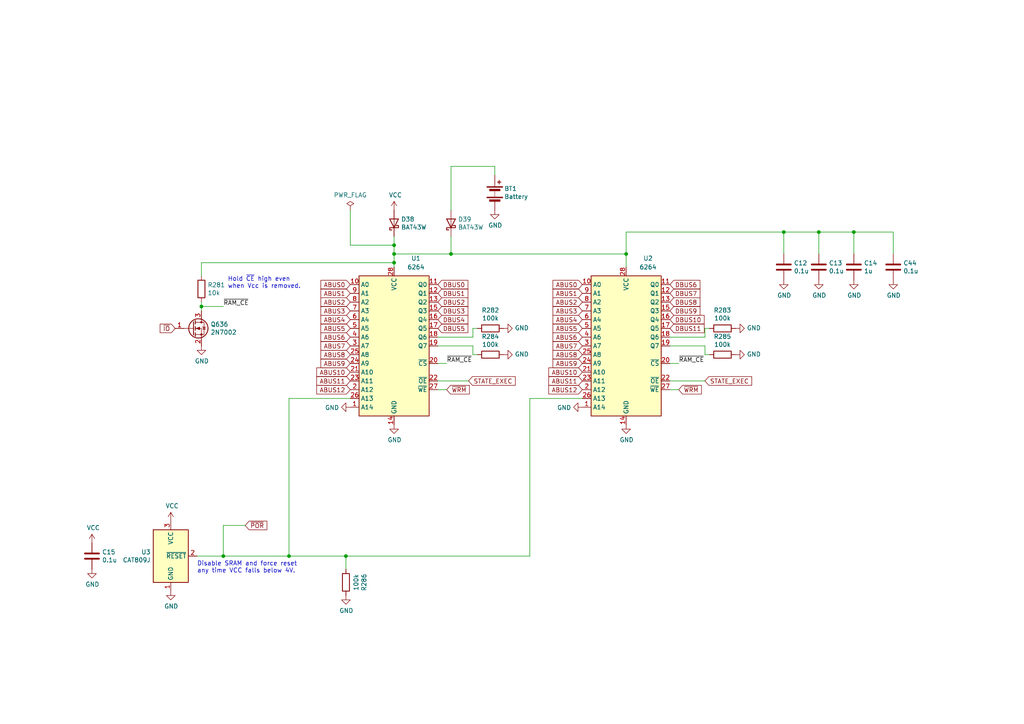
<source format=kicad_sch>
(kicad_sch (version 20230121) (generator eeschema)
  (paper "A4")
  (title_block (title "Q2 Computer") (date "2022-04-16") (rev "4c") (company "joewing.net"))
  (lib_symbols
    (symbol "Device:Battery" (pin_numbers hide) (pin_names (offset 0) hide)
      (property "Reference" "BT" (at 2.54 2.54 0))
      (property "Value" "Battery" (at 2.54 0 0))
      (symbol "Battery_0_1"
        (rectangle (start -2.286 -1.27) (end 2.286 -1.524) (fill (type outline)))
        (rectangle (start -2.286 1.778) (end 2.286 1.524) (fill (type outline)))
        (rectangle (start -1.524 -2.032) (end 1.524 -2.54) (fill (type outline)))
        (rectangle (start -1.524 1.016) (end 1.524 0.508) (fill (type outline)))
        (polyline (pts (xy 0 -1.016) (xy 0 -0.762)))
        (polyline (pts (xy 0 -0.508) (xy 0 -0.254)))
        (polyline (pts (xy 0 0) (xy 0 0.254)))
        (polyline (pts (xy 0 1.778) (xy 0 2.54)))
        (polyline (pts (xy 0.762 3.048) (xy 1.778 3.048)) (stroke (width 0.254)))
        (polyline (pts (xy 1.27 3.556) (xy 1.27 2.54)) (stroke (width 0.254)))
      )
      (symbol "Battery_1_1"
        (pin passive line (at 0 5.08 270) (length 2.54) (name "+") (number "1"))
        (pin passive line (at 0 -5.08 90) (length 2.54) (name "-") (number "2"))
      )
    )
    (symbol "Device:C" (pin_numbers hide) (pin_names (offset 0.254))
      (property "Reference" "C" (at 0.635 2.54 0))
      (property "Value" "C" (at 0.635 -2.54 0))
      (symbol "C_0_1"
        (polyline (pts (xy -2.032 -0.762) (xy 2.032 -0.762)) (stroke (width 0.508)))
        (polyline (pts (xy -2.032 0.762) (xy 2.032 0.762)) (stroke (width 0.508)))
      )
      (symbol "C_1_1"
        (pin passive line (at 0 3.81 270) (length 2.794) (name "~") (number "1"))
        (pin passive line (at 0 -3.81 90) (length 2.794) (name "~") (number "2"))
      )
    )
    (symbol "Device:R" (pin_numbers hide) (pin_names (offset 0))
      (property "Reference" "R" (at 2.032 0 90))
      (property "Value" "R" (at 0 0 90))
      (symbol "R_0_1"
        (rectangle (start -1.016 -2.54) (end 1.016 2.54) (stroke (width 0.254)))
      )
      (symbol "R_1_1"
        (pin passive line (at 0 3.81 270) (length 1.27) (name "~") (number "1"))
        (pin passive line (at 0 -3.81 90) (length 1.27) (name "~") (number "2"))
      )
    )
    (symbol "Diode:BAT43W-V" (pin_numbers hide) (pin_names (offset 1.016) hide)
      (property "Reference" "D" (at 0 2.54 0))
      (property "Value" "BAT43W-V" (at 0 -2.54 0))
      (symbol "BAT43W-V_0_1"
        (polyline (pts (xy 1.27 0) (xy -1.27 0)))
        (polyline (pts (xy 1.27 1.27) (xy 1.27 -1.27) (xy -1.27 0) (xy 1.27 1.27)) (stroke (width 0.254)))
        (polyline (pts (xy -1.905 0.635) (xy -1.905 1.27) (xy -1.27 1.27) (xy -1.27 -1.27) (xy -0.635 -1.27) (xy -0.635 -0.635)) (stroke (width 0.254)))
      )
      (symbol "BAT43W-V_1_1"
        (pin passive line (at -3.81 0 0) (length 2.54) (name "K") (number "1"))
        (pin passive line (at 3.81 0 180) (length 2.54) (name "A") (number "2"))
      )
    )
    (symbol "Memory_RAM:CY62256-70PC"
      (property "Reference" "U" (at -10.16 20.955 0))
      (property "Value" "CY62256-70PC" (at 2.54 20.955 0))
      (symbol "CY62256-70PC_0_0"
        (pin power_in line (at 0 -22.86 90) (length 2.54) (name "GND") (number "14"))
        (pin power_in line (at 0 22.86 270) (length 2.54) (name "VCC") (number "28"))
      )
      (symbol "CY62256-70PC_0_1"
        (rectangle (start -10.16 20.32) (end 10.16 -20.32) (stroke (width 0.254)) (fill (type background)))
      )
      (symbol "CY62256-70PC_1_1"
        (pin input line (at -12.7 -17.78 0) (length 2.54) (name "A14") (number "1"))
        (pin input line (at -12.7 17.78 0) (length 2.54) (name "A0") (number "10"))
        (pin tri_state line (at 12.7 17.78 180) (length 2.54) (name "Q0") (number "11"))
        (pin tri_state line (at 12.7 15.24 180) (length 2.54) (name "Q1") (number "12"))
        (pin tri_state line (at 12.7 12.7 180) (length 2.54) (name "Q2") (number "13"))
        (pin tri_state line (at 12.7 10.16 180) (length 2.54) (name "Q3") (number "15"))
        (pin tri_state line (at 12.7 7.62 180) (length 2.54) (name "Q4") (number "16"))
        (pin tri_state line (at 12.7 5.08 180) (length 2.54) (name "Q5") (number "17"))
        (pin tri_state line (at 12.7 2.54 180) (length 2.54) (name "Q6") (number "18"))
        (pin tri_state line (at 12.7 0 180) (length 2.54) (name "Q7") (number "19"))
        (pin input line (at -12.7 -12.7 0) (length 2.54) (name "A12") (number "2"))
        (pin input line (at 12.7 -5.08 180) (length 2.54) (name "~{CS}") (number "20"))
        (pin input line (at -12.7 -7.62 0) (length 2.54) (name "A10") (number "21"))
        (pin input line (at 12.7 -10.16 180) (length 2.54) (name "~{OE}") (number "22"))
        (pin input line (at -12.7 -10.16 0) (length 2.54) (name "A11") (number "23"))
        (pin input line (at -12.7 -5.08 0) (length 2.54) (name "A9") (number "24"))
        (pin input line (at -12.7 -2.54 0) (length 2.54) (name "A8") (number "25"))
        (pin input line (at -12.7 -15.24 0) (length 2.54) (name "A13") (number "26"))
        (pin input line (at 12.7 -12.7 180) (length 2.54) (name "~{WE}") (number "27"))
        (pin input line (at -12.7 0 0) (length 2.54) (name "A7") (number "3"))
        (pin input line (at -12.7 2.54 0) (length 2.54) (name "A6") (number "4"))
        (pin input line (at -12.7 5.08 0) (length 2.54) (name "A5") (number "5"))
        (pin input line (at -12.7 7.62 0) (length 2.54) (name "A4") (number "6"))
        (pin input line (at -12.7 10.16 0) (length 2.54) (name "A3") (number "7"))
        (pin input line (at -12.7 12.7 0) (length 2.54) (name "A2") (number "8"))
        (pin input line (at -12.7 15.24 0) (length 2.54) (name "A1") (number "9"))
      )
    )
    (symbol "Power_Supervisor:LM809"
      (property "Reference" "U" (at 2.54 12.7 0))
      (property "Value" "LM809" (at 5.08 10.16 0))
      (symbol "LM809_0_1"
        (rectangle (start 5.08 7.62) (end -5.08 -7.62) (stroke (width 0.254)) (fill (type background)))
      )
      (symbol "LM809_1_1"
        (pin power_in line (at 0 -10.16 90) (length 2.54) (name "GND") (number "1"))
        (pin output line (at 7.62 0 180) (length 2.54) (name "~{RESET}") (number "2"))
        (pin power_in line (at 0 10.16 270) (length 2.54) (name "VCC") (number "3"))
      )
    )
    (symbol "Transistor_FET:2N7002" (pin_names hide)
      (property "Reference" "Q" (at 5.08 1.905 0))
      (property "Value" "2N7002" (at 5.08 0 0))
      (symbol "2N7002_0_1"
        (polyline (pts (xy 0.254 0) (xy -2.54 0)))
        (polyline (pts (xy 0.254 1.905) (xy 0.254 -1.905)) (stroke (width 0.254)))
        (polyline (pts (xy 0.762 -1.27) (xy 0.762 -2.286)) (stroke (width 0.254)))
        (polyline (pts (xy 0.762 0.508) (xy 0.762 -0.508)) (stroke (width 0.254)))
        (polyline (pts (xy 0.762 2.286) (xy 0.762 1.27)) (stroke (width 0.254)))
        (polyline (pts (xy 2.54 2.54) (xy 2.54 1.778)))
        (polyline (pts (xy 2.54 -2.54) (xy 2.54 0) (xy 0.762 0)))
        (polyline (pts (xy 0.762 -1.778) (xy 3.302 -1.778) (xy 3.302 1.778) (xy 0.762 1.778)))
        (polyline (pts (xy 1.016 0) (xy 2.032 0.381) (xy 2.032 -0.381) (xy 1.016 0)) (fill (type outline)))
        (polyline (pts (xy 2.794 0.508) (xy 2.921 0.381) (xy 3.683 0.381) (xy 3.81 0.254)))
        (polyline (pts (xy 3.302 0.381) (xy 2.921 -0.254) (xy 3.683 -0.254) (xy 3.302 0.381)))
        (circle (center 1.651 0) (radius 2.794) (stroke (width 0.254)))
        (circle (center 2.54 -1.778) (radius 0.254) (fill (type outline)))
        (circle (center 2.54 1.778) (radius 0.254) (fill (type outline)))
      )
      (symbol "2N7002_1_1"
        (pin input line (at -5.08 0 0) (length 2.54) (name "G") (number "1"))
        (pin passive line (at 2.54 -5.08 90) (length 2.54) (name "S") (number "2"))
        (pin passive line (at 2.54 5.08 270) (length 2.54) (name "D") (number "3"))
      )
    )
    (symbol "power:GND" (power) (pin_names (offset 0))
      (property "Value" "GND" (at 0 -3.81 0))
      (symbol "GND_0_1"
        (polyline (pts (xy 0 0) (xy 0 -1.27) (xy 1.27 -1.27) (xy 0 -2.54) (xy -1.27 -1.27) (xy 0 -1.27)))
      )
      (symbol "GND_1_1"
        (pin power_in line (at 0 0 270) (length 0) hide (name "GND") (number "1"))
      )
    )
    (symbol "power:PWR_FLAG" (power) (pin_numbers hide) (pin_names (offset 0) hide)
      (property "Value" "PWR_FLAG" (at 0 3.81 0))
      (symbol "PWR_FLAG_0_0"
        (pin power_out line (at 0 0 90) (length 0) (name "pwr") (number "1"))
      )
      (symbol "PWR_FLAG_0_1"
        (polyline (pts (xy 0 0) (xy 0 1.27) (xy -1.016 1.905) (xy 0 2.54) (xy 1.016 1.905) (xy 0 1.27)))
      )
    )
    (symbol "power:VCC" (power) (pin_names (offset 0))
      (property "Value" "VCC" (at 0 3.81 0))
      (symbol "VCC_0_1"
        (polyline (pts (xy -0.762 1.27) (xy 0 2.54)))
        (polyline (pts (xy 0 0) (xy 0 2.54)))
        (polyline (pts (xy 0 2.54) (xy 0.762 1.27)))
      )
      (symbol "VCC_1_1"
        (pin power_in line (at 0 0 90) (length 0) hide (name "VCC") (number "1"))
      )
    )
  )
  (junction (at 247.65 67.31))
  (junction (at 130.81 73.66))
  (junction (at 114.3 73.66))
  (junction (at 58.42 88.9))
  (junction (at 100.33 161.29))
  (junction (at 64.77 161.29))
  (junction (at 83.82 161.29))
  (junction (at 237.49 67.31))
  (junction (at 114.3 76.2))
  (junction (at 181.61 73.66))
  (junction (at 114.3 71.12))
  (junction (at 227.33 67.31))
  (wire (pts (xy 101.6 60.96) (xy 101.6 71.12)))
  (wire (pts (xy 127 110.49) (xy 135.89 110.49)))
  (wire (pts (xy 204.47 102.87) (xy 204.47 100.33)))
  (wire (pts (xy 129.54 113.03) (xy 127 113.03)))
  (wire (pts (xy 64.77 88.9) (xy 58.42 88.9)))
  (wire (pts (xy 58.42 88.9) (xy 58.42 90.17)))
  (wire (pts (xy 137.16 100.33) (xy 127 100.33)))
  (wire (pts (xy 127 97.79) (xy 137.16 97.79)))
  (wire (pts (xy 58.42 80.01) (xy 58.42 76.2)))
  (wire (pts (xy 259.08 67.31) (xy 259.08 73.66)))
  (wire (pts (xy 259.08 67.31) (xy 247.65 67.31)))
  (wire (pts (xy 83.82 161.29) (xy 100.33 161.29)))
  (wire (pts (xy 194.31 97.79) (xy 204.47 97.79)))
  (wire (pts (xy 114.3 71.12) (xy 114.3 73.66)))
  (wire (pts (xy 64.77 161.29) (xy 83.82 161.29)))
  (wire (pts (xy 130.81 48.26) (xy 130.81 60.96)))
  (wire (pts (xy 137.16 102.87) (xy 137.16 100.33)))
  (wire (pts (xy 137.16 97.79) (xy 137.16 95.25)))
  (wire (pts (xy 181.61 73.66) (xy 181.61 67.31)))
  (wire (pts (xy 143.51 48.26) (xy 130.81 48.26)))
  (wire (pts (xy 137.16 95.25) (xy 138.43 95.25)))
  (wire (pts (xy 114.3 68.58) (xy 114.3 71.12)))
  (wire (pts (xy 237.49 67.31) (xy 247.65 67.31)))
  (wire (pts (xy 153.67 115.57) (xy 168.91 115.57)))
  (wire (pts (xy 100.33 161.29) (xy 153.67 161.29)))
  (wire (pts (xy 204.47 95.25) (xy 205.74 95.25)))
  (wire (pts (xy 130.81 68.58) (xy 130.81 73.66)))
  (wire (pts (xy 181.61 73.66) (xy 130.81 73.66)))
  (wire (pts (xy 227.33 67.31) (xy 237.49 67.31)))
  (wire (pts (xy 114.3 73.66) (xy 114.3 76.2)))
  (wire (pts (xy 83.82 115.57) (xy 101.6 115.57)))
  (wire (pts (xy 100.33 165.1) (xy 100.33 161.29)))
  (wire (pts (xy 204.47 100.33) (xy 194.31 100.33)))
  (wire (pts (xy 181.61 77.47) (xy 181.61 73.66)))
  (wire (pts (xy 153.67 161.29) (xy 153.67 115.57)))
  (wire (pts (xy 196.85 113.03) (xy 194.31 113.03)))
  (wire (pts (xy 129.54 105.41) (xy 127 105.41)))
  (wire (pts (xy 205.74 102.87) (xy 204.47 102.87)))
  (wire (pts (xy 71.12 152.4) (xy 64.77 152.4)))
  (wire (pts (xy 227.33 67.31) (xy 227.33 73.66)))
  (wire (pts (xy 143.51 50.8) (xy 143.51 48.26)))
  (wire (pts (xy 83.82 161.29) (xy 83.82 115.57)))
  (wire (pts (xy 58.42 87.63) (xy 58.42 88.9)))
  (wire (pts (xy 204.47 97.79) (xy 204.47 95.25)))
  (wire (pts (xy 138.43 102.87) (xy 137.16 102.87)))
  (wire (pts (xy 194.31 110.49) (xy 204.47 110.49)))
  (wire (pts (xy 101.6 71.12) (xy 114.3 71.12)))
  (wire (pts (xy 64.77 152.4) (xy 64.77 161.29)))
  (wire (pts (xy 114.3 76.2) (xy 114.3 77.47)))
  (wire (pts (xy 196.85 105.41) (xy 194.31 105.41)))
  (wire (pts (xy 181.61 67.31) (xy 227.33 67.31)))
  (wire (pts (xy 237.49 73.66) (xy 237.49 67.31)))
  (wire (pts (xy 247.65 67.31) (xy 247.65 73.66)))
  (wire (pts (xy 130.81 73.66) (xy 114.3 73.66)))
  (wire (pts (xy 57.15 161.29) (xy 64.77 161.29)))
  (wire (pts (xy 58.42 76.2) (xy 114.3 76.2)))
  (text "Disable SRAM and force reset\nany time VCC falls below 4V." (at 57.15 166.37 0) (effects (font (size 1.27 1.27)) (justify left bottom)))
  (text "Hold ~{CE} high even\nwhen Vcc is removed." (at 66.04 83.82 0) (effects (font (size 1.27 1.27)) (justify left bottom)))
  (label "~{RAM_CE}" (at 64.77 88.9 0))
  (label "~{RAM_CE}" (at 196.85 105.41 0))
  (label "~{RAM_CE}" (at 129.54 105.41 0))
  (global_label "ABUS1" (shape input) (at 101.6 85.09 180) (property "Intersheetrefs" "${INTERSHEET_REFS}" (effects hide)))
  (global_label "ABUS11" (shape input) (at 101.6 110.49 180) (property "Intersheetrefs" "${INTERSHEET_REFS}" (effects hide)))
  (global_label "DBUS2" (shape input) (at 127 87.63 0) (property "Intersheetrefs" "${INTERSHEET_REFS}" (effects hide)))
  (global_label "STATE_EXEC" (shape input) (at 135.89 110.49 0) (property "Intersheetrefs" "${INTERSHEET_REFS}" (effects hide)))
  (global_label "ABUS3" (shape input) (at 168.91 90.17 180) (property "Intersheetrefs" "${INTERSHEET_REFS}" (effects hide)))
  (global_label "DBUS7" (shape input) (at 194.31 85.09 0) (property "Intersheetrefs" "${INTERSHEET_REFS}" (effects hide)))
  (global_label "ABUS5" (shape input) (at 168.91 95.25 180) (property "Intersheetrefs" "${INTERSHEET_REFS}" (effects hide)))
  (global_label "~{POR}" (shape input) (at 71.12 152.4 0) (property "Intersheetrefs" "${INTERSHEET_REFS}" (effects hide)))
  (global_label "DBUS6" (shape input) (at 194.31 82.55 0) (property "Intersheetrefs" "${INTERSHEET_REFS}" (effects hide)))
  (global_label "ABUS4" (shape input) (at 101.6 92.71 180) (property "Intersheetrefs" "${INTERSHEET_REFS}" (effects hide)))
  (global_label "~{IO}" (shape input) (at 50.8 95.25 180) (property "Intersheetrefs" "${INTERSHEET_REFS}" (effects hide)))
  (global_label "ABUS7" (shape input) (at 168.91 100.33 180) (property "Intersheetrefs" "${INTERSHEET_REFS}" (effects hide)))
  (global_label "~{WRM}" (shape input) (at 129.54 113.03 0) (property "Intersheetrefs" "${INTERSHEET_REFS}" (effects hide)))
  (global_label "~{WRM}" (shape input) (at 196.85 113.03 0) (property "Intersheetrefs" "${INTERSHEET_REFS}" (effects hide)))
  (global_label "ABUS6" (shape input) (at 101.6 97.79 180) (property "Intersheetrefs" "${INTERSHEET_REFS}" (effects hide)))
  (global_label "STATE_EXEC" (shape input) (at 204.47 110.49 0) (property "Intersheetrefs" "${INTERSHEET_REFS}" (effects hide)))
  (global_label "DBUS1" (shape input) (at 127 85.09 0) (property "Intersheetrefs" "${INTERSHEET_REFS}" (effects hide)))
  (global_label "ABUS10" (shape input) (at 101.6 107.95 180) (property "Intersheetrefs" "${INTERSHEET_REFS}" (effects hide)))
  (global_label "ABUS10" (shape input) (at 168.91 107.95 180) (property "Intersheetrefs" "${INTERSHEET_REFS}" (effects hide)))
  (global_label "DBUS3" (shape input) (at 127 90.17 0) (property "Intersheetrefs" "${INTERSHEET_REFS}" (effects hide)))
  (global_label "ABUS3" (shape input) (at 101.6 90.17 180) (property "Intersheetrefs" "${INTERSHEET_REFS}" (effects hide)))
  (global_label "ABUS9" (shape input) (at 168.91 105.41 180) (property "Intersheetrefs" "${INTERSHEET_REFS}" (effects hide)))
  (global_label "DBUS8" (shape input) (at 194.31 87.63 0) (property "Intersheetrefs" "${INTERSHEET_REFS}" (effects hide)))
  (global_label "DBUS0" (shape input) (at 127 82.55 0) (property "Intersheetrefs" "${INTERSHEET_REFS}" (effects hide)))
  (global_label "ABUS2" (shape input) (at 168.91 87.63 180) (property "Intersheetrefs" "${INTERSHEET_REFS}" (effects hide)))
  (global_label "ABUS1" (shape input) (at 168.91 85.09 180) (property "Intersheetrefs" "${INTERSHEET_REFS}" (effects hide)))
  (global_label "ABUS6" (shape input) (at 168.91 97.79 180) (property "Intersheetrefs" "${INTERSHEET_REFS}" (effects hide)))
  (global_label "ABUS8" (shape input) (at 168.91 102.87 180) (property "Intersheetrefs" "${INTERSHEET_REFS}" (effects hide)))
  (global_label "DBUS11" (shape input) (at 194.31 95.25 0) (property "Intersheetrefs" "${INTERSHEET_REFS}" (effects hide)))
  (global_label "ABUS0" (shape input) (at 168.91 82.55 180) (property "Intersheetrefs" "${INTERSHEET_REFS}" (effects hide)))
  (global_label "DBUS9" (shape input) (at 194.31 90.17 0) (property "Intersheetrefs" "${INTERSHEET_REFS}" (effects hide)))
  (global_label "ABUS8" (shape input) (at 101.6 102.87 180) (property "Intersheetrefs" "${INTERSHEET_REFS}" (effects hide)))
  (global_label "ABUS11" (shape input) (at 168.91 110.49 180) (property "Intersheetrefs" "${INTERSHEET_REFS}" (effects hide)))
  (global_label "ABUS7" (shape input) (at 101.6 100.33 180) (property "Intersheetrefs" "${INTERSHEET_REFS}" (effects hide)))
  (global_label "ABUS2" (shape input) (at 101.6 87.63 180) (property "Intersheetrefs" "${INTERSHEET_REFS}" (effects hide)))
  (global_label "DBUS4" (shape input) (at 127 92.71 0) (property "Intersheetrefs" "${INTERSHEET_REFS}" (effects hide)))
  (global_label "DBUS5" (shape input) (at 127 95.25 0) (property "Intersheetrefs" "${INTERSHEET_REFS}" (effects hide)))
  (global_label "ABUS12" (shape input) (at 168.91 113.03 180) (property "Intersheetrefs" "${INTERSHEET_REFS}" (effects hide)))
  (global_label "ABUS0" (shape input) (at 101.6 82.55 180) (property "Intersheetrefs" "${INTERSHEET_REFS}" (effects hide)))
  (global_label "ABUS5" (shape input) (at 101.6 95.25 180) (property "Intersheetrefs" "${INTERSHEET_REFS}" (effects hide)))
  (global_label "ABUS9" (shape input) (at 101.6 105.41 180) (property "Intersheetrefs" "${INTERSHEET_REFS}" (effects hide)))
  (global_label "DBUS10" (shape input) (at 194.31 92.71 0) (property "Intersheetrefs" "${INTERSHEET_REFS}" (effects hide)))
  (global_label "ABUS4" (shape input) (at 168.91 92.71 180) (property "Intersheetrefs" "${INTERSHEET_REFS}" (effects hide)))
  (global_label "ABUS12" (shape input) (at 101.6 113.03 180) (property "Intersheetrefs" "${INTERSHEET_REFS}" (effects hide)))
  (symbol (lib_id "Memory_RAM:CY62256-70PC") (at 114.3 100.33 0) (unit 1)
    (property "Reference" "U1" (at 120.65 74.93 0))
    (property "Value" "6264" (at 120.65 77.47 0))
    (property "Footprint" "Package_SO:SOP-28-330" (effects hide))
    (property "LCSC" "C261872" (effects hide))
    (property "Manufacturer" "Lyontek Inc." (effects hide))
    (property "Part Number" "LY6264SL-70LLI" (effects hide))
    (property "Package" "SOP-28_330mil" (effects hide))
    (property "Type" "SMD" (effects hide))
  )
  (symbol (lib_id "power:GND") (at 114.3 123.19 0) (unit 1)
    (property "Reference" "#PWR0504" (effects hide))
    (property "Value" "GND" (at 114.427 127.5842 0))
  )
  (symbol (lib_id "Diode:BAT43W-V") (at 114.3 64.77 90) (unit 1)
    (property "Reference" "D38" (at 116.332 63.6016 90) (effects (justify right)))
    (property "Value" "BAT43W" (at 116.332 65.913 90) (effects (justify right)))
    (property "Footprint" "Diode_SMD:D_SOD-123" (effects hide))
    (property "LCSC" "C19167" (effects hide))
    (property "Manufacturer" "Changjiang Electronics Tech (CJ)" (effects hide))
    (property "Part Number" "BAT43W" (effects hide))
    (property "Package" "SOD-123" (effects hide))
    (property "Type" "SMD" (effects hide))
  )
  (symbol (lib_id "power:PWR_FLAG") (at 101.6 60.96 0) (unit 1)
    (property "Reference" "#FLG01" (effects hide))
    (property "Value" "PWR_FLAG" (at 101.6 56.5658 0))
  )
  (symbol (lib_id "Transistor_FET:2N7002") (at 55.88 95.25 0) (unit 1)
    (property "Reference" "Q636" (at 61.0616 94.0816 0) (effects (justify left)))
    (property "Value" "2N7002" (at 61.0616 96.393 0) (effects (justify left)))
    (property "Footprint" "Package_TO_SOT_SMD:SOT-23" (effects hide))
    (property "LCSC" "C181083" (effects hide))
    (property "Manufacturer" "Guangdong Hottech" (effects hide))
    (property "Part Number" "2N7002" (effects hide))
    (property "Package" "SOT-23" (effects hide))
    (property "Type" "SMD" (effects hide))
  )
  (symbol (lib_id "power:VCC") (at 114.3 60.96 0) (unit 1)
    (property "Reference" "#PWR0492" (effects hide))
    (property "Value" "VCC" (at 114.681 56.5658 0))
  )
  (symbol (lib_id "Device:R") (at 142.24 95.25 270) (unit 1)
    (property "Reference" "R282" (at 142.24 89.9922 90))
    (property "Value" "100k" (at 142.24 92.3036 90))
    (property "Footprint" "Resistor_SMD:R_0603_1608Metric" (effects hide))
    (property "LCSC" "C25803" (effects hide))
    (property "Manufacturer" "UNI-ROYAL(Uniroyal Elec)" (effects hide))
    (property "Part Number" "0603WAF1003T5E" (effects hide))
    (property "Package" "0603" (effects hide))
    (property "Type" "SMD" (effects hide))
  )
  (symbol (lib_id "Device:R") (at 142.24 102.87 270) (unit 1)
    (property "Reference" "R284" (at 142.24 97.6122 90))
    (property "Value" "100k" (at 142.24 99.9236 90))
    (property "Footprint" "Resistor_SMD:R_0603_1608Metric" (effects hide))
    (property "LCSC" "C25803" (effects hide))
    (property "Manufacturer" "UNI-ROYAL(Uniroyal Elec)" (effects hide))
    (property "Part Number" "0603WAF1003T5E" (effects hide))
    (property "Package" "0603" (effects hide))
    (property "Type" "SMD" (effects hide))
  )
  (symbol (lib_id "power:GND") (at 146.05 95.25 90) (unit 1)
    (property "Reference" "#PWR0497" (effects hide))
    (property "Value" "GND" (at 149.3012 95.123 90) (effects (justify right)))
  )
  (symbol (lib_id "power:GND") (at 146.05 102.87 90) (unit 1)
    (property "Reference" "#PWR0500" (effects hide))
    (property "Value" "GND" (at 149.3012 102.743 90) (effects (justify right)))
  )
  (symbol (lib_id "power:GND") (at 101.6 118.11 270) (unit 1)
    (property "Reference" "#PWR0502" (effects hide))
    (property "Value" "GND" (at 98.3488 118.237 90) (effects (justify right)))
  )
  (symbol (lib_id "power:VCC") (at 49.53 151.13 0) (unit 1)
    (property "Reference" "#PWR0506" (effects hide))
    (property "Value" "VCC" (at 49.911 146.7358 0))
  )
  (symbol (lib_id "power:GND") (at 49.53 171.45 0) (unit 1)
    (property "Reference" "#PWR0508" (effects hide))
    (property "Value" "GND" (at 49.657 175.8442 0))
  )
  (symbol (lib_id "Memory_RAM:CY62256-70PC") (at 181.61 100.33 0) (unit 1)
    (property "Reference" "U2" (at 187.96 74.93 0))
    (property "Value" "6264" (at 187.96 77.47 0))
    (property "Footprint" "Package_SO:SOP-28-330" (effects hide))
    (property "LCSC" "C261872" (effects hide))
    (property "Manufacturer" "Lyontek Inc." (effects hide))
    (property "Part Number" "LY6264SL-70LLI" (effects hide))
    (property "Package" "SOP-28_330mil" (effects hide))
    (property "Type" "SMD" (effects hide))
  )
  (symbol (lib_id "power:GND") (at 181.61 123.19 0) (unit 1)
    (property "Reference" "#PWR0505" (effects hide))
    (property "Value" "GND" (at 181.737 127.5842 0))
  )
  (symbol (lib_id "Device:R") (at 209.55 95.25 270) (unit 1)
    (property "Reference" "R283" (at 209.55 89.9922 90))
    (property "Value" "100k" (at 209.55 92.3036 90))
    (property "Footprint" "Resistor_SMD:R_0603_1608Metric" (effects hide))
    (property "LCSC" "C25803" (effects hide))
    (property "Manufacturer" "UNI-ROYAL(Uniroyal Elec)" (effects hide))
    (property "Part Number" "0603WAF1003T5E" (effects hide))
    (property "Package" "0603" (effects hide))
    (property "Type" "SMD" (effects hide))
  )
  (symbol (lib_id "Device:R") (at 209.55 102.87 270) (unit 1)
    (property "Reference" "R285" (at 209.55 97.6122 90))
    (property "Value" "100k" (at 209.55 99.9236 90))
    (property "Footprint" "Resistor_SMD:R_0603_1608Metric" (effects hide))
    (property "LCSC" "C25803" (effects hide))
    (property "Manufacturer" "UNI-ROYAL(Uniroyal Elec)" (effects hide))
    (property "Part Number" "0603WAF1003T5E" (effects hide))
    (property "Package" "0603" (effects hide))
    (property "Type" "SMD" (effects hide))
  )
  (symbol (lib_id "power:GND") (at 213.36 95.25 90) (unit 1)
    (property "Reference" "#PWR0498" (effects hide))
    (property "Value" "GND" (at 216.6112 95.123 90) (effects (justify right)))
  )
  (symbol (lib_id "power:GND") (at 213.36 102.87 90) (unit 1)
    (property "Reference" "#PWR0501" (effects hide))
    (property "Value" "GND" (at 216.6112 102.743 90) (effects (justify right)))
  )
  (symbol (lib_id "power:GND") (at 168.91 118.11 270) (unit 1)
    (property "Reference" "#PWR0503" (effects hide))
    (property "Value" "GND" (at 165.6588 118.237 90) (effects (justify right)))
  )
  (symbol (lib_id "Device:Battery") (at 143.51 55.88 0) (unit 1)
    (property "Reference" "BT1" (at 146.2532 54.7116 0) (effects (justify left)))
    (property "Value" "Battery" (at 146.2532 57.023 0) (effects (justify left)))
    (property "Footprint" "Batteries:BATTCOM_20MM_PTH" (effects hide))
    (property "LCSC" "C964746" (effects hide))
    (property "Type" "PTH" (effects hide))
  )
  (symbol (lib_id "power:GND") (at 143.51 60.96 0) (unit 1)
    (property "Reference" "#PWR0493" (effects hide))
    (property "Value" "GND" (at 143.637 65.3542 0))
  )
  (symbol (lib_id "Diode:BAT43W-V") (at 130.81 64.77 90) (unit 1)
    (property "Reference" "D39" (at 132.842 63.6016 90) (effects (justify right)))
    (property "Value" "BAT43W" (at 132.842 65.913 90) (effects (justify right)))
    (property "Footprint" "Diode_SMD:D_SOD-123" (effects hide))
    (property "LCSC" "C19167" (effects hide))
    (property "Manufacturer" "Changjiang Electronics Tech (CJ)" (effects hide))
    (property "Part Number" "BAT43W" (effects hide))
    (property "Package" "SOD-123" (effects hide))
    (property "Type" "SMD" (effects hide))
  )
  (symbol (lib_id "Device:C") (at 227.33 77.47 180) (unit 1)
    (property "Reference" "C12" (at 230.251 76.3016 0) (effects (justify right)))
    (property "Value" "0.1u" (at 230.251 78.613 0) (effects (justify right)))
    (property "Footprint" "Capacitor_SMD:C_0805_2012Metric" (effects hide))
    (property "LCSC" "C49678" (effects hide))
    (property "Manufacturer" "YAGEO" (effects hide))
    (property "Part Number" "CC0805KRX7R9BB104" (effects hide))
    (property "Package" "0805" (effects hide))
    (property "Type" "SMD" (effects hide))
  )
  (symbol (lib_id "power:GND") (at 227.33 81.28 0) (unit 1)
    (property "Reference" "#PWR0494" (effects hide))
    (property "Value" "GND" (at 227.457 85.6742 0))
  )
  (symbol (lib_id "Device:C") (at 237.49 77.47 180) (unit 1)
    (property "Reference" "C13" (at 240.411 76.3016 0) (effects (justify right)))
    (property "Value" "0.1u" (at 240.411 78.613 0) (effects (justify right)))
    (property "Footprint" "Capacitor_SMD:C_0805_2012Metric" (effects hide))
    (property "LCSC" "C49678" (effects hide))
    (property "Manufacturer" "YAGEO" (effects hide))
    (property "Part Number" "CC0805KRX7R9BB104" (effects hide))
    (property "Package" "0805" (effects hide))
    (property "Type" "SMD" (effects hide))
  )
  (symbol (lib_id "power:GND") (at 237.49 81.28 0) (unit 1)
    (property "Reference" "#PWR0495" (effects hide))
    (property "Value" "GND" (at 237.617 85.6742 0))
  )
  (symbol (lib_id "Device:C") (at 247.65 77.47 180) (unit 1)
    (property "Reference" "C14" (at 250.571 76.3016 0) (effects (justify right)))
    (property "Value" "1u" (at 250.571 78.613 0) (effects (justify right)))
    (property "Footprint" "Capacitor_SMD:C_0805_2012Metric" (effects hide))
    (property "LCSC" "C28323" (effects hide))
    (property "Manufacturer" "Samsung Electro-Mechanics" (effects hide))
    (property "Part Number" "CL21B105KBFNNNE" (effects hide))
    (property "Package" "0805" (effects hide))
    (property "Type" "SMD" (effects hide))
  )
  (symbol (lib_id "power:GND") (at 247.65 81.28 0) (unit 1)
    (property "Reference" "#PWR0496" (effects hide))
    (property "Value" "GND" (at 247.777 85.6742 0))
  )
  (symbol (lib_id "Power_Supervisor:LM809") (at 49.53 161.29 0) (unit 1)
    (property "Reference" "U3" (at 43.7134 160.1216 0) (effects (justify right)))
    (property "Value" "CAT809J" (at 43.7134 162.433 0) (effects (justify right)))
    (property "Footprint" "Package_TO_SOT_SMD:SOT-23" (effects hide))
    (property "Datasheet" "http://www.ti.com/lit/ds/symlink/lm809.pdf" (effects hide))
    (property "LCSC" "C328025" (effects hide))
    (property "Manufacturer" "onsemi" (effects hide))
    (property "Package" "SOT-23" (effects hide))
    (property "Part Number" "CAT809JTBI-GT3" (effects hide))
    (property "Type" "SMD" (effects hide))
  )
  (symbol (lib_id "Device:R") (at 58.42 83.82 0) (unit 1)
    (property "Reference" "R281" (at 60.198 82.6516 0) (effects (justify left)))
    (property "Value" "10k" (at 60.198 84.963 0) (effects (justify left)))
    (property "Footprint" "Resistor_SMD:R_0603_1608Metric" (effects hide))
    (property "LCSC" "C25804" (effects hide))
    (property "Manufacturer" "UNI-ROYAL(Uniroyal Elec)" (effects hide))
    (property "Part Number" "0603WAF1002T5E" (effects hide))
    (property "Package" "0603" (effects hide))
    (property "Type" "SMD" (effects hide))
  )
  (symbol (lib_id "power:GND") (at 58.42 100.33 0) (unit 1)
    (property "Reference" "#PWR0499" (effects hide))
    (property "Value" "GND" (at 58.547 104.7242 0))
  )
  (symbol (lib_id "Device:R") (at 100.33 168.91 180) (unit 1)
    (property "Reference" "R286" (at 105.5878 168.91 90))
    (property "Value" "100k" (at 103.2764 168.91 90))
    (property "Footprint" "Resistor_SMD:R_0603_1608Metric" (effects hide))
    (property "LCSC" "C25803" (effects hide))
    (property "Manufacturer" "UNI-ROYAL(Uniroyal Elec)" (effects hide))
    (property "Part Number" "0603WAF1003T5E" (effects hide))
    (property "Package" "0603" (effects hide))
    (property "Type" "SMD" (effects hide))
  )
  (symbol (lib_id "power:GND") (at 100.33 172.72 0) (unit 1)
    (property "Reference" "#PWR0507" (effects hide))
    (property "Value" "GND" (at 100.457 177.1142 0))
  )
  (symbol (lib_id "Device:C") (at 26.67 161.29 180) (unit 1)
    (property "Reference" "C15" (at 29.591 160.1216 0) (effects (justify right)))
    (property "Value" "0.1u" (at 29.591 162.433 0) (effects (justify right)))
    (property "Footprint" "Capacitor_SMD:C_0805_2012Metric" (effects hide))
    (property "LCSC" "C49678" (effects hide))
    (property "Manufacturer" "YAGEO" (effects hide))
    (property "Part Number" "CC0805KRX7R9BB104" (effects hide))
    (property "Package" "0805" (effects hide))
    (property "Type" "SMD" (effects hide))
  )
  (symbol (lib_id "power:VCC") (at 26.67 157.48 0) (unit 1)
    (property "Reference" "#PWR0572" (effects hide))
    (property "Value" "VCC" (at 27.051 153.0858 0))
  )
  (symbol (lib_id "power:GND") (at 26.67 165.1 0) (unit 1)
    (property "Reference" "#PWR0919" (effects hide))
    (property "Value" "GND" (at 26.797 169.4942 0))
  )
  (symbol (lib_id "power:GND") (at 259.08 81.28 0) (unit 1)
    (property "Reference" "#PWR0952" (effects hide))
    (property "Value" "GND" (at 259.207 85.6742 0))
  )
  (symbol (lib_id "Device:C") (at 259.08 77.47 180) (unit 1)
    (property "Reference" "C44" (at 262.001 76.3016 0) (effects (justify right)))
    (property "Value" "0.1u" (at 262.001 78.613 0) (effects (justify right)))
    (property "Footprint" "Capacitor_SMD:C_0805_2012Metric" (effects hide))
    (property "LCSC" "C49678" (effects hide))
    (property "Manufacturer" "YAGEO" (effects hide))
    (property "Part Number" "CC0805KRX7R9BB104" (effects hide))
    (property "Package" "0805" (effects hide))
    (property "Type" "SMD" (effects hide))
  )
)
</source>
